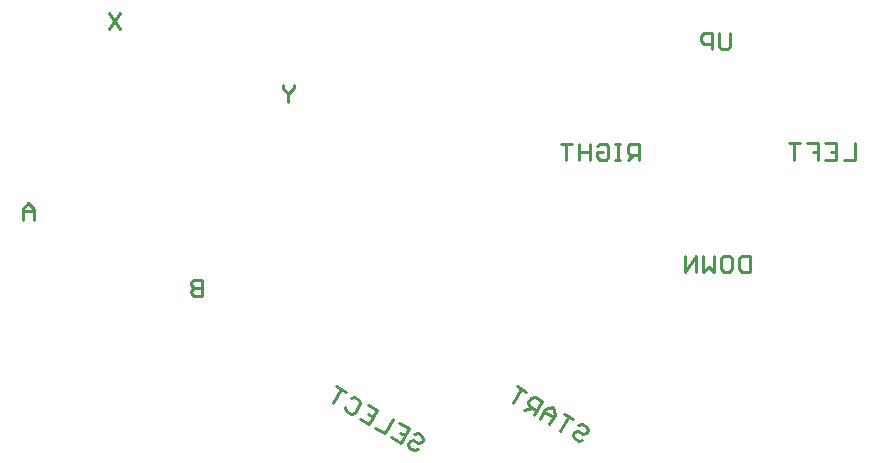
<source format=gbo>
G75*
%MOIN*%
%OFA0B0*%
%FSLAX25Y25*%
%IPPOS*%
%LPD*%
%AMOC8*
5,1,8,0,0,1.08239X$1,22.5*
%
%ADD10C,0.01100*%
D10*
X0168847Y0093570D02*
X0171600Y0098337D01*
X0173189Y0097420D02*
X0170011Y0099255D01*
X0174815Y0095422D02*
X0176068Y0095758D01*
X0177657Y0094840D01*
X0177993Y0093587D01*
X0176158Y0090409D01*
X0174905Y0090073D01*
X0173316Y0090990D01*
X0172980Y0092244D01*
X0177784Y0088410D02*
X0180962Y0086576D01*
X0183715Y0091343D01*
X0180537Y0093178D01*
X0180750Y0089877D02*
X0182339Y0088959D01*
X0183047Y0085372D02*
X0186225Y0083537D01*
X0188978Y0088304D01*
X0191063Y0087100D02*
X0194241Y0085266D01*
X0191488Y0080498D01*
X0188310Y0082333D01*
X0191276Y0083799D02*
X0192865Y0082882D01*
X0194491Y0080884D02*
X0194032Y0080089D01*
X0194368Y0078836D01*
X0195957Y0077918D01*
X0197210Y0078254D01*
X0197333Y0080302D02*
X0195744Y0081220D01*
X0194491Y0080884D01*
X0195867Y0083267D02*
X0197120Y0083603D01*
X0198709Y0082686D01*
X0199045Y0081432D01*
X0198586Y0080638D01*
X0197333Y0080302D01*
X0228937Y0093617D02*
X0231689Y0098384D01*
X0233278Y0097467D02*
X0230100Y0099302D01*
X0234905Y0095468D02*
X0233987Y0093879D01*
X0234323Y0092626D01*
X0236706Y0091250D01*
X0235117Y0092167D02*
X0232611Y0091496D01*
X0235789Y0089661D02*
X0238541Y0094428D01*
X0236158Y0095804D01*
X0234905Y0095468D01*
X0239709Y0091635D02*
X0237874Y0088457D01*
X0239250Y0090841D02*
X0242428Y0089006D01*
X0242887Y0089800D02*
X0242215Y0092307D01*
X0239709Y0091635D01*
X0242887Y0089800D02*
X0241052Y0086622D01*
X0244726Y0084501D02*
X0247478Y0089268D01*
X0249067Y0088351D02*
X0245889Y0090186D01*
X0250694Y0086353D02*
X0251947Y0086688D01*
X0253536Y0085771D01*
X0253872Y0084518D01*
X0253413Y0083723D01*
X0252160Y0083387D01*
X0250571Y0084305D01*
X0249317Y0083969D01*
X0248859Y0083174D01*
X0249194Y0081921D01*
X0250783Y0081004D01*
X0252037Y0081340D01*
X0286181Y0137335D02*
X0286181Y0142839D01*
X0289850Y0142839D02*
X0286181Y0137335D01*
X0289850Y0137335D02*
X0289850Y0142839D01*
X0292258Y0142839D02*
X0292258Y0137335D01*
X0294093Y0139170D01*
X0295928Y0137335D01*
X0295928Y0142839D01*
X0298335Y0141922D02*
X0299252Y0142839D01*
X0301087Y0142839D01*
X0302005Y0141922D01*
X0302005Y0138252D01*
X0301087Y0137335D01*
X0299252Y0137335D01*
X0298335Y0138252D01*
X0298335Y0141922D01*
X0304412Y0141922D02*
X0304412Y0138252D01*
X0305330Y0137335D01*
X0308082Y0137335D01*
X0308082Y0142839D01*
X0305330Y0142839D01*
X0304412Y0141922D01*
X0322708Y0174756D02*
X0322708Y0180261D01*
X0324543Y0180261D02*
X0320873Y0180261D01*
X0326950Y0180261D02*
X0330620Y0180261D01*
X0330620Y0174756D01*
X0333028Y0174756D02*
X0336697Y0174756D01*
X0336697Y0180261D01*
X0333028Y0180261D01*
X0334863Y0177508D02*
X0336697Y0177508D01*
X0339105Y0174756D02*
X0342775Y0174756D01*
X0342775Y0180261D01*
X0330620Y0177508D02*
X0328785Y0177508D01*
X0300413Y0211596D02*
X0298578Y0211596D01*
X0297660Y0212514D01*
X0297660Y0217101D01*
X0295253Y0217101D02*
X0292500Y0217101D01*
X0291583Y0216184D01*
X0291583Y0214349D01*
X0292500Y0213431D01*
X0295253Y0213431D01*
X0295253Y0211596D02*
X0295253Y0217101D01*
X0301330Y0217101D02*
X0301330Y0212514D01*
X0300413Y0211596D01*
X0270813Y0180184D02*
X0268061Y0180184D01*
X0267144Y0179267D01*
X0267144Y0177432D01*
X0268061Y0176514D01*
X0270813Y0176514D01*
X0270813Y0174680D02*
X0270813Y0180184D01*
X0268978Y0176514D02*
X0267144Y0174680D01*
X0264736Y0174680D02*
X0262901Y0174680D01*
X0263819Y0174680D02*
X0263819Y0180184D01*
X0264736Y0180184D02*
X0262901Y0180184D01*
X0260685Y0179267D02*
X0260685Y0175597D01*
X0259767Y0174680D01*
X0257932Y0174680D01*
X0257015Y0175597D01*
X0257015Y0177432D01*
X0258850Y0177432D01*
X0260685Y0179267D02*
X0259767Y0180184D01*
X0257932Y0180184D01*
X0257015Y0179267D01*
X0254608Y0180184D02*
X0254608Y0174680D01*
X0254608Y0177432D02*
X0250938Y0177432D01*
X0250938Y0180184D02*
X0250938Y0174680D01*
X0246695Y0174680D02*
X0246695Y0180184D01*
X0244861Y0180184D02*
X0248530Y0180184D01*
X0155803Y0198630D02*
X0153968Y0196795D01*
X0153968Y0194042D01*
X0153968Y0196795D02*
X0152133Y0198630D01*
X0152133Y0199547D01*
X0155803Y0199547D02*
X0155803Y0198630D01*
X0098074Y0218265D02*
X0094405Y0223769D01*
X0098074Y0223769D02*
X0094405Y0218265D01*
X0067269Y0160292D02*
X0065434Y0158457D01*
X0065434Y0154788D01*
X0065434Y0157540D02*
X0069104Y0157540D01*
X0069104Y0158457D02*
X0067269Y0160292D01*
X0069104Y0158457D02*
X0069104Y0154788D01*
X0121723Y0133931D02*
X0121723Y0133014D01*
X0122641Y0132096D01*
X0125393Y0132096D01*
X0125393Y0129344D02*
X0122641Y0129344D01*
X0121723Y0130261D01*
X0121723Y0131179D01*
X0122641Y0132096D01*
X0121723Y0133931D02*
X0122641Y0134849D01*
X0125393Y0134849D01*
X0125393Y0129344D01*
M02*

</source>
